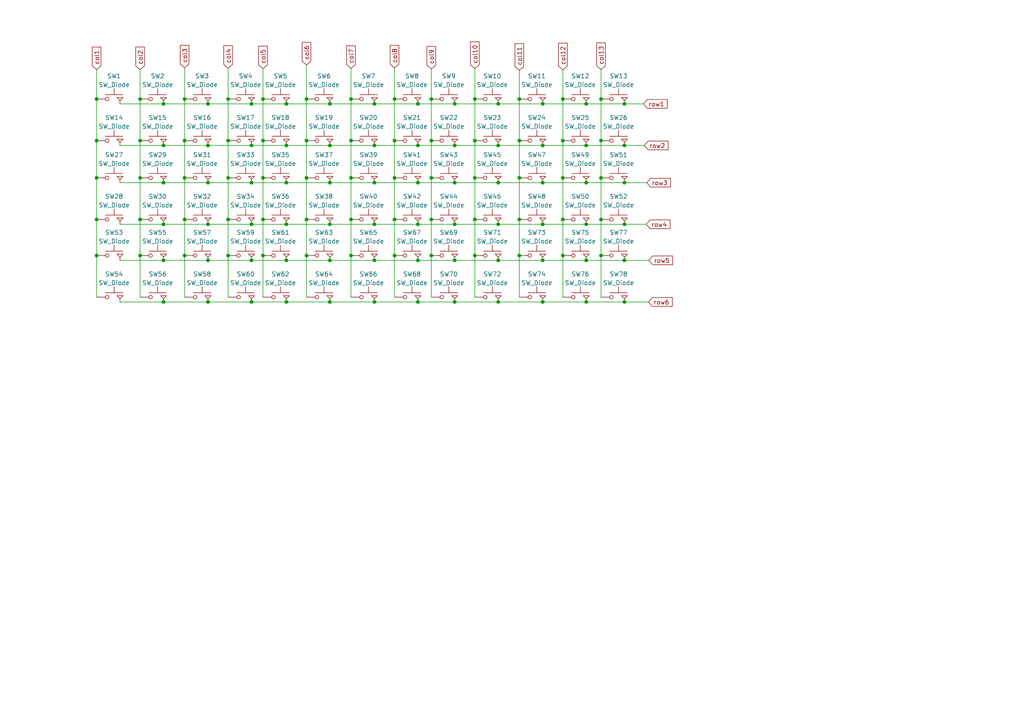
<source format=kicad_sch>
(kicad_sch (version 20220929) (generator eeschema)
  (paper "A4")
  (lib_symbols
    (symbol "SW_Diode_1" (pin_numbers hide) (pin_names (offset 1.016) hide)
      (property "Reference" "SW1" (at 0 6.67 0))
      (property "Value" "SW_Diode" (at 0 4.13 0))
      (symbol "SW_Diode_1_0_1"
        (pin passive line (at -5.08 0 0) (length 2.54) (name "1") (number "1"))
        (pin passive line (at 1.7018 -1.397 90) (length 1) (name "2") (number "2"))
      )
    )
    (symbol "SW_Diode_10" (pin_numbers hide) (pin_names (offset 1.016) hide)
      (property "Reference" "SW1" (at 0 6.67 0))
      (property "Value" "SW_Diode" (at 0 4.13 0))
      (symbol "SW_Diode_10_0_1"
        (pin passive line (at -5.08 0 0) (length 2.54) (name "1") (number "1"))
        (pin passive line (at 1.7018 -1.397 90) (length 1) (name "2") (number "2"))
      )
    )
    (symbol "SW_Diode_18" (pin_numbers hide) (pin_names (offset 1.016) hide)
      (property "Reference" "SW1" (at 0 6.67 0))
      (property "Value" "SW_Diode" (at 0 4.13 0))
      (symbol "SW_Diode_18_0_1"
        (pin passive line (at -5.08 0 0) (length 2.54) (name "1") (number "1"))
        (pin passive line (at 1.7018 -1.397 90) (length 1) (name "2") (number "2"))
      )
    )
    (symbol "SW_Diode_19" (pin_numbers hide) (pin_names (offset 1.016) hide)
      (property "Reference" "SW1" (at 0 6.67 0))
      (property "Value" "SW_Diode" (at 0 4.13 0))
      (symbol "SW_Diode_19_0_1"
        (pin passive line (at -5.08 0 0) (length 2.54) (name "1") (number "1"))
        (pin passive line (at 1.7018 -1.397 90) (length 1) (name "2") (number "2"))
      )
    )
    (symbol "SW_Diode_2" (pin_numbers hide) (pin_names (offset 1.016) hide)
      (property "Reference" "SW1" (at 0 6.67 0))
      (property "Value" "SW_Diode" (at 0 4.13 0))
      (symbol "SW_Diode_2_0_1"
        (pin passive line (at -5.08 0 0) (length 2.54) (name "1") (number "1"))
        (pin passive line (at 1.7018 -1.397 90) (length 1) (name "2") (number "2"))
      )
    )
    (symbol "SW_Diode_20" (pin_numbers hide) (pin_names (offset 1.016) hide)
      (property "Reference" "SW1" (at 0 6.67 0))
      (property "Value" "SW_Diode" (at 0 4.13 0))
      (symbol "SW_Diode_20_0_1"
        (pin passive line (at -5.08 0 0) (length 2.54) (name "1") (number "1"))
        (pin passive line (at 1.7018 -1.397 90) (length 1) (name "2") (number "2"))
      )
    )
    (symbol "SW_Diode_21" (pin_numbers hide) (pin_names (offset 1.016) hide)
      (property "Reference" "SW1" (at 0 6.67 0))
      (property "Value" "SW_Diode" (at 0 4.13 0))
      (symbol "SW_Diode_21_0_1"
        (pin passive line (at -5.08 0 0) (length 2.54) (name "1") (number "1"))
        (pin passive line (at 1.7018 -1.397 90) (length 1) (name "2") (number "2"))
      )
    )
    (symbol "SW_Diode_22" (pin_numbers hide) (pin_names (offset 1.016) hide)
      (property "Reference" "SW1" (at 0 6.67 0))
      (property "Value" "SW_Diode" (at 0 4.13 0))
      (symbol "SW_Diode_22_0_1"
        (pin passive line (at -5.08 0 0) (length 2.54) (name "1") (number "1"))
        (pin passive line (at 1.7018 -1.397 90) (length 1) (name "2") (number "2"))
      )
    )
    (symbol "SW_Diode_23" (pin_numbers hide) (pin_names (offset 1.016) hide)
      (property "Reference" "SW1" (at 0 6.67 0))
      (property "Value" "SW_Diode" (at 0 4.13 0))
      (symbol "SW_Diode_23_0_1"
        (pin passive line (at -5.08 0 0) (length 2.54) (name "1") (number "1"))
        (pin passive line (at 1.7018 -1.397 90) (length 1) (name "2") (number "2"))
      )
    )
    (symbol "SW_Diode_24" (pin_numbers hide) (pin_names (offset 1.016) hide)
      (property "Reference" "SW1" (at 0 6.67 0))
      (property "Value" "SW_Diode" (at 0 4.13 0))
      (symbol "SW_Diode_24_0_1"
        (pin passive line (at -5.08 0 0) (length 2.54) (name "1") (number "1"))
        (pin passive line (at 1.7018 -1.397 90) (length 1) (name "2") (number "2"))
      )
    )
    (symbol "SW_Diode_25" (pin_numbers hide) (pin_names (offset 1.016) hide)
      (property "Reference" "SW1" (at 0 6.67 0))
      (property "Value" "SW_Diode" (at 0 4.13 0))
      (symbol "SW_Diode_25_0_1"
        (pin passive line (at -5.08 0 0) (length 2.54) (name "1") (number "1"))
        (pin passive line (at 1.7018 -1.397 90) (length 1) (name "2") (number "2"))
      )
    )
    (symbol "SW_Diode_29" (pin_numbers hide) (pin_names (offset 1.016) hide)
      (property "Reference" "SW1" (at 0 6.67 0))
      (property "Value" "SW_Diode" (at 0 4.13 0))
      (symbol "SW_Diode_29_0_1"
        (pin passive line (at -5.08 0 0) (length 2.54) (name "1") (number "1"))
        (pin passive line (at 1.7018 -1.397 90) (length 1) (name "2") (number "2"))
      )
    )
    (symbol "SW_Diode_3" (pin_numbers hide) (pin_names (offset 1.016) hide)
      (property "Reference" "SW1" (at 0 6.67 0))
      (property "Value" "SW_Diode" (at 0 4.13 0))
      (symbol "SW_Diode_3_0_1"
        (pin passive line (at -5.08 0 0) (length 2.54) (name "1") (number "1"))
        (pin passive line (at 1.7018 -1.397 90) (length 1) (name "2") (number "2"))
      )
    )
    (symbol "SW_Diode_32" (pin_numbers hide) (pin_names (offset 1.016) hide)
      (property "Reference" "SW1" (at 0 6.67 0))
      (property "Value" "SW_Diode" (at 0 4.13 0))
      (symbol "SW_Diode_32_0_1"
        (pin passive line (at -5.08 0 0) (length 2.54) (name "1") (number "1"))
        (pin passive line (at 1.7018 -1.397 90) (length 1) (name "2") (number "2"))
      )
    )
    (symbol "SW_Diode_33" (pin_numbers hide) (pin_names (offset 1.016) hide)
      (property "Reference" "SW1" (at 0 6.67 0))
      (property "Value" "SW_Diode" (at 0 4.13 0))
      (symbol "SW_Diode_33_0_1"
        (pin passive line (at -5.08 0 0) (length 2.54) (name "1") (number "1"))
        (pin passive line (at 1.7018 -1.397 90) (length 1) (name "2") (number "2"))
      )
    )
    (symbol "SW_Diode_34" (pin_numbers hide) (pin_names (offset 1.016) hide)
      (property "Reference" "SW1" (at 0 6.67 0))
      (property "Value" "SW_Diode" (at 0 4.13 0))
      (symbol "SW_Diode_34_0_1"
        (pin passive line (at -5.08 0 0) (length 2.54) (name "1") (number "1"))
        (pin passive line (at 1.7018 -1.397 90) (length 1) (name "2") (number "2"))
      )
    )
    (symbol "SW_Diode_35" (pin_numbers hide) (pin_names (offset 1.016) hide)
      (property "Reference" "SW1" (at 0 6.67 0))
      (property "Value" "SW_Diode" (at 0 4.13 0))
      (symbol "SW_Diode_35_0_1"
        (pin passive line (at -5.08 0 0) (length 2.54) (name "1") (number "1"))
        (pin passive line (at 1.7018 -1.397 90) (length 1) (name "2") (number "2"))
      )
    )
    (symbol "SW_Diode_36" (pin_numbers hide) (pin_names (offset 1.016) hide)
      (property "Reference" "SW1" (at 0 6.67 0))
      (property "Value" "SW_Diode" (at 0 4.13 0))
      (symbol "SW_Diode_36_0_1"
        (pin passive line (at -5.08 0 0) (length 2.54) (name "1") (number "1"))
        (pin passive line (at 1.7018 -1.397 90) (length 1) (name "2") (number "2"))
      )
    )
    (symbol "SW_Diode_4" (pin_numbers hide) (pin_names (offset 1.016) hide)
      (property "Reference" "SW1" (at 0 6.67 0))
      (property "Value" "SW_Diode" (at 0 4.13 0))
      (symbol "SW_Diode_4_0_1"
        (pin passive line (at -5.08 0 0) (length 2.54) (name "1") (number "1"))
        (pin passive line (at 1.7018 -1.397 90) (length 1) (name "2") (number "2"))
      )
    )
    (symbol "SW_Diode_5" (pin_numbers hide) (pin_names (offset 1.016) hide)
      (property "Reference" "SW1" (at 0 6.67 0))
      (property "Value" "SW_Diode" (at 0 4.13 0))
      (symbol "SW_Diode_5_0_1"
        (pin passive line (at -5.08 0 0) (length 2.54) (name "1") (number "1"))
        (pin passive line (at 1.7018 -1.397 90) (length 1) (name "2") (number "2"))
      )
    )
    (symbol "SW_Diode_6" (pin_numbers hide) (pin_names (offset 1.016) hide)
      (property "Reference" "SW1" (at 0 6.67 0))
      (property "Value" "SW_Diode" (at 0 4.13 0))
      (symbol "SW_Diode_6_0_1"
        (pin passive line (at -5.08 0 0) (length 2.54) (name "1") (number "1"))
        (pin passive line (at 1.7018 -1.397 90) (length 1) (name "2") (number "2"))
      )
    )
    (symbol "SW_Diode_7" (pin_numbers hide) (pin_names (offset 1.016) hide)
      (property "Reference" "SW1" (at 0 6.67 0))
      (property "Value" "SW_Diode" (at 0 4.13 0))
      (symbol "SW_Diode_7_0_1"
        (pin passive line (at -5.08 0 0) (length 2.54) (name "1") (number "1"))
        (pin passive line (at 1.7018 -1.397 90) (length 1) (name "2") (number "2"))
      )
    )
    (symbol "SW_Diode_8" (pin_numbers hide) (pin_names (offset 1.016) hide)
      (property "Reference" "SW1" (at 0 6.67 0))
      (property "Value" "SW_Diode" (at 0 4.13 0))
      (symbol "SW_Diode_8_0_1"
        (pin passive line (at -5.08 0 0) (length 2.54) (name "1") (number "1"))
        (pin passive line (at 1.7018 -1.397 90) (length 1) (name "2") (number "2"))
      )
    )
    (symbol "SW_Diode_9" (pin_numbers hide) (pin_names (offset 1.016) hide)
      (property "Reference" "SW1" (at 0 6.67 0))
      (property "Value" "SW_Diode" (at 0 4.13 0))
      (symbol "SW_Diode_9_0_1"
        (pin passive line (at -5.08 0 0) (length 2.54) (name "1") (number "1"))
        (pin passive line (at 1.7018 -1.397 90) (length 1) (name "2") (number "2"))
      )
    )
  )
  (junction (at 47.4218 87.5792))
  (junction (at 95.6818 52.9844))
  (junction (at 125.095 51.5874))
  (junction (at 95.6818 87.5792))
  (junction (at 72.9488 87.5792))
  (junction (at 108.585 52.9844))
  (junction (at 47.4218 75.5142))
  (junction (at 170.0276 52.9844))
  (junction (at 144.5006 65.0494))
  (junction (at 114.427 28.7274))
  (junction (at 137.7188 40.7924))
  (junction (at 114.427 74.1172))
  (junction (at 157.4038 75.5142))
  (junction (at 28.0162 40.7924))
  (junction (at 181.102 75.5142))
  (junction (at 101.8032 51.5874))
  (junction (at 101.8032 28.7274))
  (junction (at 121.2088 42.1894))
  (junction (at 66.167 63.6524))
  (junction (at 101.8032 40.7924))
  (junction (at 108.585 75.5142))
  (junction (at 76.2762 63.6524))
  (junction (at 170.0276 30.1244))
  (junction (at 163.2458 51.5874))
  (junction (at 72.9488 42.1894))
  (junction (at 150.622 51.5874))
  (junction (at 40.64 74.1172))
  (junction (at 170.0276 42.1894))
  (junction (at 66.167 51.5874))
  (junction (at 95.6818 65.0494))
  (junction (at 108.585 30.1244))
  (junction (at 163.2458 63.6524))
  (junction (at 60.325 75.5142))
  (junction (at 150.622 74.1172))
  (junction (at 60.325 52.9844))
  (junction (at 53.5432 51.5874))
  (junction (at 121.2088 65.0494))
  (junction (at 157.4038 87.5792))
  (junction (at 88.9 63.6524))
  (junction (at 131.8768 30.1244))
  (junction (at 47.4218 42.1894))
  (junction (at 28.0162 51.5874))
  (junction (at 157.4038 52.9844))
  (junction (at 137.7188 51.5874))
  (junction (at 144.5006 87.5792))
  (junction (at 95.6818 30.1244))
  (junction (at 47.4218 65.0494))
  (junction (at 150.622 40.7924))
  (junction (at 108.585 87.5792))
  (junction (at 72.9488 30.1244))
  (junction (at 163.2458 74.1172))
  (junction (at 137.7188 74.1172))
  (junction (at 163.2458 28.7274))
  (junction (at 72.9488 75.5142))
  (junction (at 47.4218 52.9844))
  (junction (at 76.2762 51.5874))
  (junction (at 76.2762 74.1172))
  (junction (at 101.8032 74.1172))
  (junction (at 60.325 30.1244))
  (junction (at 181.102 65.0494))
  (junction (at 108.585 42.1894))
  (junction (at 47.4218 30.1244))
  (junction (at 76.2762 28.7274))
  (junction (at 88.9 28.7274))
  (junction (at 150.622 28.7274))
  (junction (at 125.095 74.1172))
  (junction (at 121.2088 52.9844))
  (junction (at 28.0162 63.6524))
  (junction (at 40.64 63.6524))
  (junction (at 131.8768 42.1894))
  (junction (at 144.5006 30.1244))
  (junction (at 72.9488 65.0494))
  (junction (at 121.2088 87.5792))
  (junction (at 137.7188 63.6524))
  (junction (at 125.095 40.7924))
  (junction (at 170.0276 87.5792))
  (junction (at 72.9488 52.9844))
  (junction (at 95.6818 75.5142))
  (junction (at 181.102 30.1244))
  (junction (at 144.5006 75.5142))
  (junction (at 181.102 52.9844))
  (junction (at 60.325 65.0494))
  (junction (at 95.6818 42.1894))
  (junction (at 76.2762 40.7924))
  (junction (at 131.8768 65.0494))
  (junction (at 144.5006 52.9844))
  (junction (at 174.3202 28.7274))
  (junction (at 28.0162 74.1172))
  (junction (at 53.5432 74.1172))
  (junction (at 181.102 42.1894))
  (junction (at 88.9 40.7924))
  (junction (at 174.3202 40.7924))
  (junction (at 60.325 87.5792))
  (junction (at 174.3202 74.1172))
  (junction (at 144.5006 42.1894))
  (junction (at 131.8768 52.9844))
  (junction (at 121.2088 75.5142))
  (junction (at 53.5432 63.6524))
  (junction (at 163.2458 40.7924))
  (junction (at 170.0276 65.0494))
  (junction (at 157.4038 42.1894))
  (junction (at 83.058 30.1244))
  (junction (at 83.058 65.0494))
  (junction (at 101.8032 63.6524))
  (junction (at 83.058 52.9844))
  (junction (at 40.64 40.7924))
  (junction (at 170.0276 75.5142))
  (junction (at 60.325 42.1894))
  (junction (at 53.5432 40.7924))
  (junction (at 131.8768 75.5142))
  (junction (at 40.64 28.7274))
  (junction (at 40.64 51.5874))
  (junction (at 66.167 28.7274))
  (junction (at 125.095 63.6524))
  (junction (at 108.585 65.0494))
  (junction (at 131.8768 87.5792))
  (junction (at 83.058 75.5142))
  (junction (at 150.622 63.6524))
  (junction (at 53.5432 28.7274))
  (junction (at 125.095 28.7274))
  (junction (at 66.167 40.7924))
  (junction (at 137.7188 28.7274))
  (junction (at 114.427 51.5874))
  (junction (at 174.3202 51.5874))
  (junction (at 157.4038 65.0494))
  (junction (at 114.427 40.7924))
  (junction (at 28.0162 28.7274))
  (junction (at 121.2088 30.1244))
  (junction (at 83.058 87.5792))
  (junction (at 88.9 51.5874))
  (junction (at 181.102 87.5792))
  (junction (at 157.4038 30.1244))
  (junction (at 114.427 63.6524))
  (junction (at 66.167 74.1172))
  (junction (at 174.3202 63.6524))
  (junction (at 88.9 74.1172))
  (junction (at 83.058 42.1894))
  (wire (pts (xy 76.2762 74.1172) (xy 76.2762 86.1822)))
  (wire (pts (xy 163.2458 63.6524) (xy 163.2458 74.1172)))
  (wire (pts (xy 95.6818 52.9844) (xy 108.585 52.9844)))
  (wire (pts (xy 108.585 42.1894) (xy 121.2088 42.1894)))
  (wire (pts (xy 163.2458 51.5874) (xy 163.2458 63.6524)))
  (wire (pts (xy 125.095 51.5874) (xy 125.095 63.6524)))
  (wire (pts (xy 34.798 42.1894) (xy 47.4218 42.1894)))
  (wire (pts (xy 157.4038 42.1894) (xy 170.0276 42.1894)))
  (wire (pts (xy 88.9 63.6524) (xy 88.9 74.1172)))
  (wire (pts (xy 95.6818 65.0494) (xy 108.585 65.0494)))
  (wire (pts (xy 72.9488 30.1244) (xy 83.058 30.1244)))
  (wire (pts (xy 76.2762 28.7274) (xy 76.2762 40.7924)))
  (wire (pts (xy 101.8032 19.8374) (xy 101.8032 28.7274)))
  (wire (pts (xy 137.7188 51.5874) (xy 137.7188 63.6524)))
  (wire (pts (xy 47.4218 65.0494) (xy 60.325 65.0494)))
  (wire (pts (xy 144.5006 30.1244) (xy 157.4038 30.1244)))
  (wire (pts (xy 88.9 40.7924) (xy 88.9 51.5874)))
  (wire (pts (xy 170.0276 65.0494) (xy 181.102 65.0494)))
  (wire (pts (xy 174.3202 40.7924) (xy 174.3202 51.5874)))
  (wire (pts (xy 163.2458 20.2692) (xy 163.2458 28.7274)))
  (wire (pts (xy 28.0162 40.7924) (xy 28.0162 51.5874)))
  (wire (pts (xy 53.5432 63.6524) (xy 53.5432 74.1172)))
  (wire (pts (xy 114.427 51.5874) (xy 114.427 63.6524)))
  (wire (pts (xy 66.167 19.7866) (xy 66.167 28.7274)))
  (wire (pts (xy 53.5432 19.685) (xy 53.5432 28.7274)))
  (wire (pts (xy 163.2458 74.1172) (xy 163.2458 86.1822)))
  (wire (pts (xy 88.9 28.7274) (xy 88.9 40.7924)))
  (wire (pts (xy 83.058 65.0494) (xy 95.6818 65.0494)))
  (wire (pts (xy 150.622 51.5874) (xy 150.622 63.6524)))
  (wire (pts (xy 181.102 75.5142) (xy 188.1886 75.5142)))
  (wire (pts (xy 101.8032 74.1172) (xy 101.8032 86.1822)))
  (wire (pts (xy 101.8032 51.5874) (xy 101.8032 63.6524)))
  (wire (pts (xy 40.64 20.193) (xy 40.64 28.7274)))
  (wire (pts (xy 181.102 52.9844) (xy 187.579 52.9844)))
  (wire (pts (xy 163.2458 40.7924) (xy 163.2458 51.5874)))
  (wire (pts (xy 170.0276 42.1894) (xy 181.102 42.1894)))
  (wire (pts (xy 144.5006 75.5142) (xy 157.4038 75.5142)))
  (wire (pts (xy 34.798 30.1244) (xy 47.4218 30.1244)))
  (wire (pts (xy 125.095 28.7274) (xy 125.095 40.7924)))
  (wire (pts (xy 144.5006 87.5792) (xy 157.4038 87.5792)))
  (wire (pts (xy 53.5432 28.7274) (xy 53.5432 40.7924)))
  (wire (pts (xy 72.9488 75.5142) (xy 83.058 75.5142)))
  (wire (pts (xy 150.622 20.4216) (xy 150.622 28.7274)))
  (wire (pts (xy 60.325 65.0494) (xy 72.9488 65.0494)))
  (wire (pts (xy 34.798 65.0494) (xy 47.4218 65.0494)))
  (wire (pts (xy 144.5006 52.9844) (xy 157.4038 52.9844)))
  (wire (pts (xy 170.0276 87.5792) (xy 181.102 87.5792)))
  (wire (pts (xy 121.2088 52.9844) (xy 131.8768 52.9844)))
  (wire (pts (xy 150.622 74.1172) (xy 150.622 86.1822)))
  (wire (pts (xy 60.325 52.9844) (xy 72.9488 52.9844)))
  (wire (pts (xy 121.2088 30.1244) (xy 131.8768 30.1244)))
  (wire (pts (xy 83.058 42.1894) (xy 95.6818 42.1894)))
  (wire (pts (xy 174.3202 63.6524) (xy 174.3202 74.1172)))
  (wire (pts (xy 131.8768 75.5142) (xy 144.5006 75.5142)))
  (wire (pts (xy 131.8768 52.9844) (xy 144.5006 52.9844)))
  (wire (pts (xy 121.2088 42.1894) (xy 131.8768 42.1894)))
  (wire (pts (xy 163.2458 28.7274) (xy 163.2458 40.7924)))
  (wire (pts (xy 47.4218 75.5142) (xy 60.325 75.5142)))
  (wire (pts (xy 114.427 40.7924) (xy 114.427 51.5874)))
  (wire (pts (xy 28.0162 63.6524) (xy 28.0162 74.1172)))
  (wire (pts (xy 60.325 30.1244) (xy 72.9488 30.1244)))
  (wire (pts (xy 121.2088 87.5792) (xy 131.8768 87.5792)))
  (wire (pts (xy 101.8032 40.7924) (xy 101.8032 51.5874)))
  (wire (pts (xy 137.7188 19.8882) (xy 137.7188 28.7274)))
  (wire (pts (xy 181.102 87.5792) (xy 188.087 87.5792)))
  (wire (pts (xy 83.058 30.1244) (xy 95.6818 30.1244)))
  (wire (pts (xy 66.167 74.1172) (xy 66.167 86.1822)))
  (wire (pts (xy 34.798 52.9844) (xy 47.4218 52.9844)))
  (wire (pts (xy 83.058 75.5142) (xy 95.6818 75.5142)))
  (wire (pts (xy 170.0276 30.1244) (xy 181.102 30.1244)))
  (wire (pts (xy 157.4038 87.5792) (xy 170.0276 87.5792)))
  (wire (pts (xy 88.9 74.1172) (xy 88.9 86.1822)))
  (wire (pts (xy 125.095 20.0152) (xy 125.095 28.7274)))
  (wire (pts (xy 40.64 51.5874) (xy 40.64 63.6524)))
  (wire (pts (xy 125.095 40.7924) (xy 125.095 51.5874)))
  (wire (pts (xy 101.8032 28.7274) (xy 101.8032 40.7924)))
  (wire (pts (xy 108.585 65.0494) (xy 121.2088 65.0494)))
  (wire (pts (xy 108.585 75.5142) (xy 121.2088 75.5142)))
  (wire (pts (xy 114.427 74.1172) (xy 114.427 86.1822)))
  (wire (pts (xy 28.0162 74.1172) (xy 28.0162 86.1822)))
  (wire (pts (xy 137.7188 74.1172) (xy 137.7188 86.1822)))
  (wire (pts (xy 137.7188 40.7924) (xy 137.7188 51.5874)))
  (wire (pts (xy 40.64 40.7924) (xy 40.64 51.5874)))
  (wire (pts (xy 157.4038 52.9844) (xy 170.0276 52.9844)))
  (wire (pts (xy 108.585 52.9844) (xy 121.2088 52.9844)))
  (wire (pts (xy 108.585 87.5792) (xy 121.2088 87.5792)))
  (wire (pts (xy 88.9 18.8468) (xy 88.9 28.7274)))
  (wire (pts (xy 157.4038 65.0494) (xy 170.0276 65.0494)))
  (wire (pts (xy 174.3202 51.5874) (xy 174.3202 63.6524)))
  (wire (pts (xy 76.2762 63.6524) (xy 76.2762 74.1172)))
  (wire (pts (xy 72.9488 42.1894) (xy 83.058 42.1894)))
  (wire (pts (xy 150.622 63.6524) (xy 150.622 74.1172)))
  (wire (pts (xy 40.64 28.7274) (xy 40.64 40.7924)))
  (wire (pts (xy 66.167 51.5874) (xy 66.167 63.6524)))
  (wire (pts (xy 95.6818 75.5142) (xy 108.585 75.5142)))
  (wire (pts (xy 72.9488 52.9844) (xy 83.058 52.9844)))
  (wire (pts (xy 157.4038 75.5142) (xy 170.0276 75.5142)))
  (wire (pts (xy 108.585 30.1244) (xy 121.2088 30.1244)))
  (wire (pts (xy 83.058 87.5792) (xy 95.6818 87.5792)))
  (wire (pts (xy 114.427 28.7274) (xy 114.427 40.7924)))
  (wire (pts (xy 53.5432 74.1172) (xy 53.5432 86.1822)))
  (wire (pts (xy 181.102 30.1244) (xy 186.6138 30.1244)))
  (wire (pts (xy 60.325 87.5792) (xy 72.9488 87.5792)))
  (wire (pts (xy 53.5432 51.5874) (xy 53.5432 63.6524)))
  (wire (pts (xy 114.427 19.7104) (xy 114.427 28.7274)))
  (wire (pts (xy 157.4038 30.1244) (xy 170.0276 30.1244)))
  (wire (pts (xy 28.0162 51.5874) (xy 28.0162 63.6524)))
  (wire (pts (xy 144.5006 65.0494) (xy 157.4038 65.0494)))
  (wire (pts (xy 181.102 42.1894) (xy 186.8678 42.1894)))
  (wire (pts (xy 76.2762 40.7924) (xy 76.2762 51.5874)))
  (wire (pts (xy 47.4218 87.5792) (xy 60.325 87.5792)))
  (wire (pts (xy 34.798 75.5142) (xy 47.4218 75.5142)))
  (wire (pts (xy 131.8768 65.0494) (xy 144.5006 65.0494)))
  (wire (pts (xy 174.3202 28.7274) (xy 174.3202 40.7924)))
  (wire (pts (xy 174.3202 20.193) (xy 174.3202 28.7274)))
  (wire (pts (xy 72.9488 65.0494) (xy 83.058 65.0494)))
  (wire (pts (xy 174.3202 74.1172) (xy 174.3202 86.1822)))
  (wire (pts (xy 66.167 28.7274) (xy 66.167 40.7924)))
  (wire (pts (xy 47.4218 42.1894) (xy 60.325 42.1894)))
  (wire (pts (xy 83.058 52.9844) (xy 95.6818 52.9844)))
  (wire (pts (xy 66.167 40.7924) (xy 66.167 51.5874)))
  (wire (pts (xy 28.0162 28.7274) (xy 28.0162 40.7924)))
  (wire (pts (xy 150.622 28.7274) (xy 150.622 40.7924)))
  (wire (pts (xy 125.095 74.1172) (xy 125.095 86.1822)))
  (wire (pts (xy 125.095 63.6524) (xy 125.095 74.1172)))
  (wire (pts (xy 72.9488 87.5792) (xy 83.058 87.5792)))
  (wire (pts (xy 40.64 74.1172) (xy 40.64 86.1822)))
  (wire (pts (xy 144.5006 42.1894) (xy 157.4038 42.1894)))
  (wire (pts (xy 181.102 65.0494) (xy 187.4266 65.0494)))
  (wire (pts (xy 95.6818 42.1894) (xy 108.585 42.1894)))
  (wire (pts (xy 101.8032 63.6524) (xy 101.8032 74.1172)))
  (wire (pts (xy 121.2088 65.0494) (xy 131.8768 65.0494)))
  (wire (pts (xy 47.4218 52.9844) (xy 60.325 52.9844)))
  (wire (pts (xy 170.0276 75.5142) (xy 181.102 75.5142)))
  (wire (pts (xy 76.2762 51.5874) (xy 76.2762 63.6524)))
  (wire (pts (xy 40.64 63.6524) (xy 40.64 74.1172)))
  (wire (pts (xy 60.325 42.1894) (xy 72.9488 42.1894)))
  (wire (pts (xy 66.167 63.6524) (xy 66.167 74.1172)))
  (wire (pts (xy 137.7188 28.7274) (xy 137.7188 40.7924)))
  (wire (pts (xy 131.8768 42.1894) (xy 144.5006 42.1894)))
  (wire (pts (xy 28.0162 20.193) (xy 28.0162 28.7274)))
  (wire (pts (xy 95.6818 30.1244) (xy 108.585 30.1244)))
  (wire (pts (xy 131.8768 30.1244) (xy 144.5006 30.1244)))
  (wire (pts (xy 60.325 75.5142) (xy 72.9488 75.5142)))
  (wire (pts (xy 88.9 51.5874) (xy 88.9 63.6524)))
  (wire (pts (xy 47.4218 30.1244) (xy 60.325 30.1244)))
  (wire (pts (xy 121.2088 75.5142) (xy 131.8768 75.5142)))
  (wire (pts (xy 34.798 87.5792) (xy 47.4218 87.5792)))
  (wire (pts (xy 131.8768 87.5792) (xy 144.5006 87.5792)))
  (wire (pts (xy 95.6818 87.5792) (xy 108.585 87.5792)))
  (wire (pts (xy 76.2762 19.939) (xy 76.2762 28.7274)))
  (wire (pts (xy 137.7188 63.6524) (xy 137.7188 74.1172)))
  (wire (pts (xy 114.427 63.6524) (xy 114.427 74.1172)))
  (wire (pts (xy 53.5432 40.7924) (xy 53.5432 51.5874)))
  (wire (pts (xy 150.622 40.7924) (xy 150.622 51.5874)))
  (wire (pts (xy 170.0276 52.9844) (xy 181.102 52.9844)))
  (global_label "col6" (shape input) (at 88.9 18.8468 90) (property "Referencias de hoja" "${INTERSHEET_REFS}" (effects hide)))
  (global_label "row2" (shape input) (at 186.8678 42.1894 0) (property "Referencias de hoja" "${INTERSHEET_REFS}" (effects hide)))
  (global_label "col2" (shape input) (at 40.64 20.193 90) (property "Referencias de hoja" "${INTERSHEET_REFS}" (effects hide)))
  (global_label "col1" (shape input) (at 28.0162 20.193 90) (property "Referencias de hoja" "${INTERSHEET_REFS}" (effects hide)))
  (global_label "col3" (shape input) (at 53.5432 19.685 90) (property "Referencias de hoja" "${INTERSHEET_REFS}" (effects hide)))
  (global_label "row4" (shape input) (at 187.4266 65.0494 0) (property "Referencias de hoja" "${INTERSHEET_REFS}" (effects hide)))
  (global_label "col9" (shape input) (at 125.095 20.0152 90) (property "Referencias de hoja" "${INTERSHEET_REFS}" (effects hide)))
  (global_label "col13" (shape input) (at 174.3202 20.193 90) (property "Referencias de hoja" "${INTERSHEET_REFS}" (effects hide)))
  (global_label "col5" (shape input) (at 76.2762 19.939 90) (property "Referencias de hoja" "${INTERSHEET_REFS}" (effects hide)))
  (global_label "col7" (shape input) (at 101.8032 19.8374 90) (property "Referencias de hoja" "${INTERSHEET_REFS}" (effects hide)))
  (global_label "col12" (shape input) (at 163.2458 20.2692 90) (property "Referencias de hoja" "${INTERSHEET_REFS}" (effects hide)))
  (global_label "row3" (shape input) (at 187.579 52.9844 0) (property "Referencias de hoja" "${INTERSHEET_REFS}" (effects hide)))
  (global_label "col11" (shape input) (at 150.622 20.4216 90) (property "Referencias de hoja" "${INTERSHEET_REFS}" (effects hide)))
  (global_label "col8" (shape input) (at 114.427 19.7104 90) (property "Referencias de hoja" "${INTERSHEET_REFS}" (effects hide)))
  (global_label "row1" (shape input) (at 186.6138 30.1244 0) (property "Referencias de hoja" "${INTERSHEET_REFS}" (effects hide)))
  (global_label "col4" (shape input) (at 66.167 19.7866 90) (property "Referencias de hoja" "${INTERSHEET_REFS}" (effects hide)))
  (global_label "col10" (shape input) (at 137.7188 19.8882 90) (property "Referencias de hoja" "${INTERSHEET_REFS}" (effects hide)))
  (global_label "row5" (shape input) (at 188.1886 75.5142 0) (property "Referencias de hoja" "${INTERSHEET_REFS}" (effects hide)))
  (global_label "row6" (shape input) (at 188.087 87.5792 0) (property "Referencias de hoja" "${INTERSHEET_REFS}" (effects hide)))
  (symbol (lib_name "SW_Diode_7") (lib_id "keyboard_parts:SW_Diode") (at 58.6232 40.7924 0) (unit 1)
    (default_instance (reference "SW1") (unit 1) (value "SW_Diode") (footprint ""))
    (property "Reference" "SW16" (at 58.6232 34.1224 0))
    (property "Value" "SW_Diode" (at 58.6232 36.6624 0))
    (property "Footprint" "customs:MX_solder-hotswap" (effects hide))
  )
  (symbol (lib_name "SW_Diode_36") (lib_id "keyboard_parts:SW_Diode") (at 81.3562 51.5874 0) (unit 1)
    (default_instance (reference "SW1") (unit 1) (value "SW_Diode") (footprint ""))
    (property "Reference" "SW35" (at 81.3562 44.9174 0))
    (property "Value" "SW_Diode" (at 81.3562 47.4574 0))
    (property "Footprint" "customs:MX_solder-hotswap" (effects hide))
  )
  (symbol (lib_name "SW_Diode_32") (lib_id "keyboard_parts:SW_Diode") (at 130.175 63.6524 0) (unit 1)
    (default_instance (reference "SW1") (unit 1) (value "SW_Diode") (footprint ""))
    (property "Reference" "SW44" (at 130.175 56.9824 0))
    (property "Value" "SW_Diode" (at 130.175 59.5224 0))
    (property "Footprint" "customs:MX_solder-hotswap" (effects hide))
  )
  (symbol (lib_name "SW_Diode_3") (lib_id "keyboard_parts:SW_Diode") (at 106.8832 28.7274 0) (unit 1)
    (default_instance (reference "SW1") (unit 1) (value "SW_Diode") (footprint ""))
    (property "Reference" "SW7" (at 106.8832 22.0574 0))
    (property "Value" "SW_Diode" (at 106.8832 24.5974 0))
    (property "Footprint" "customs:MX_solder-hotswap" (effects hide))
  )
  (symbol (lib_name "SW_Diode_32") (lib_id "keyboard_parts:SW_Diode") (at 33.0962 63.6524 0) (unit 1)
    (default_instance (reference "SW1") (unit 1) (value "SW_Diode") (footprint ""))
    (property "Reference" "SW28" (at 33.0962 56.9824 0))
    (property "Value" "SW_Diode" (at 33.0962 59.5224 0))
    (property "Footprint" "customs:MX_solder-hotswap" (effects hide))
  )
  (symbol (lib_name "SW_Diode_24") (lib_id "keyboard_parts:SW_Diode") (at 71.247 86.1822 0) (unit 1)
    (default_instance (reference "SW1") (unit 1) (value "SW_Diode") (footprint ""))
    (property "Reference" "SW60" (at 71.247 79.5122 0))
    (property "Value" "SW_Diode" (at 71.247 82.0522 0))
    (property "Footprint" "customs:MX_solder-hotswap" (effects hide))
  )
  (symbol (lib_name "SW_Diode_29") (lib_id "keyboard_parts:SW_Diode") (at 119.507 63.6524 0) (unit 1)
    (default_instance (reference "SW1") (unit 1) (value "SW_Diode") (footprint ""))
    (property "Reference" "SW42" (at 119.507 56.9824 0))
    (property "Value" "SW_Diode" (at 119.507 59.5224 0))
    (property "Footprint" "customs:MX_solder-hotswap" (effects hide))
  )
  (symbol (lib_name "SW_Diode_35") (lib_id "keyboard_parts:SW_Diode") (at 45.72 63.6524 0) (unit 1)
    (default_instance (reference "SW1") (unit 1) (value "SW_Diode") (footprint ""))
    (property "Reference" "SW30" (at 45.72 56.9824 0))
    (property "Value" "SW_Diode" (at 45.72 59.5224 0))
    (property "Footprint" "customs:MX_solder-hotswap" (effects hide))
  )
  (symbol (lib_name "SW_Diode_20") (lib_id "keyboard_parts:SW_Diode") (at 45.72 86.1822 0) (unit 1)
    (default_instance (reference "SW1") (unit 1) (value "SW_Diode") (footprint ""))
    (property "Reference" "SW56" (at 45.72 79.5122 0))
    (property "Value" "SW_Diode" (at 45.72 82.0522 0))
    (property "Footprint" "customs:MX_solder-hotswap" (effects hide))
  )
  (symbol (lib_name "SW_Diode_5") (lib_id "keyboard_parts:SW_Diode") (at 155.702 51.5874 0) (unit 1)
    (default_instance (reference "SW1") (unit 1) (value "SW_Diode") (footprint ""))
    (property "Reference" "SW47" (at 155.702 44.9174 0))
    (property "Value" "SW_Diode" (at 155.702 47.4574 0))
    (property "Footprint" "customs:MX_solder-hotswap" (effects hide))
  )
  (symbol (lib_name "SW_Diode_10") (lib_id "keyboard_parts:SW_Diode") (at 93.98 28.7274 0) (unit 1)
    (default_instance (reference "SW1") (unit 1) (value "SW_Diode") (footprint ""))
    (property "Reference" "SW6" (at 93.98 22.0574 0))
    (property "Value" "SW_Diode" (at 93.98 24.5974 0))
    (property "Footprint" "customs:MX_solder-hotswap" (effects hide))
  )
  (symbol (lib_name "SW_Diode_25") (lib_id "keyboard_parts:SW_Diode") (at 81.3562 74.1172 0) (unit 1)
    (default_instance (reference "SW1") (unit 1) (value "SW_Diode") (footprint ""))
    (property "Reference" "SW61" (at 81.3562 67.4472 0))
    (property "Value" "SW_Diode" (at 81.3562 69.9872 0))
    (property "Footprint" "customs:MX_solder-hotswap" (effects hide))
  )
  (symbol (lib_name "SW_Diode_8") (lib_id "keyboard_parts:SW_Diode") (at 45.72 40.7924 0) (unit 1)
    (default_instance (reference "SW1") (unit 1) (value "SW_Diode") (footprint ""))
    (property "Reference" "SW15" (at 45.72 34.1224 0))
    (property "Value" "SW_Diode" (at 45.72 36.6624 0))
    (property "Footprint" "customs:MX_solder-hotswap" (effects hide))
  )
  (symbol (lib_name "SW_Diode_25") (lib_id "keyboard_parts:SW_Diode") (at 33.0962 74.1172 0) (unit 1)
    (default_instance (reference "SW1") (unit 1) (value "SW_Diode") (footprint ""))
    (property "Reference" "SW53" (at 33.0962 67.4472 0))
    (property "Value" "SW_Diode" (at 33.0962 69.9872 0))
    (property "Footprint" "customs:MX_solder-hotswap" (effects hide))
  )
  (symbol (lib_name "SW_Diode_20") (lib_id "keyboard_parts:SW_Diode") (at 142.7988 86.1822 0) (unit 1)
    (default_instance (reference "SW1") (unit 1) (value "SW_Diode") (footprint ""))
    (property "Reference" "SW72" (at 142.7988 79.5122 0))
    (property "Value" "SW_Diode" (at 142.7988 82.0522 0))
    (property "Footprint" "customs:MX_solder-hotswap" (effects hide))
  )
  (symbol (lib_name "SW_Diode_33") (lib_id "keyboard_parts:SW_Diode") (at 45.72 51.5874 0) (unit 1)
    (default_instance (reference "SW1") (unit 1) (value "SW_Diode") (footprint ""))
    (property "Reference" "SW29" (at 45.72 44.9174 0))
    (property "Value" "SW_Diode" (at 45.72 47.4574 0))
    (property "Footprint" "customs:MX_solder-hotswap" (effects hide))
  )
  (symbol (lib_name "SW_Diode_2") (lib_id "keyboard_parts:SW_Diode") (at 168.3258 40.7924 0) (unit 1)
    (default_instance (reference "SW1") (unit 1) (value "SW_Diode") (footprint ""))
    (property "Reference" "SW25" (at 168.3258 34.1224 0))
    (property "Value" "SW_Diode" (at 168.3258 36.6624 0))
    (property "Footprint" "customs:MX_solder-hotswap" (effects hide))
  )
  (symbol (lib_name "SW_Diode_9") (lib_id "keyboard_parts:SW_Diode") (at 81.3562 40.7924 0) (unit 1)
    (default_instance (reference "SW1") (unit 1) (value "SW_Diode") (footprint ""))
    (property "Reference" "SW18" (at 81.3562 34.1224 0))
    (property "Value" "SW_Diode" (at 81.3562 36.6624 0))
    (property "Footprint" "customs:MX_solder-hotswap" (effects hide))
  )
  (symbol (lib_name "SW_Diode_34") (lib_id "keyboard_parts:SW_Diode") (at 155.702 63.6524 0) (unit 1)
    (default_instance (reference "SW1") (unit 1) (value "SW_Diode") (footprint ""))
    (property "Reference" "SW48" (at 155.702 56.9824 0))
    (property "Value" "SW_Diode" (at 155.702 59.5224 0))
    (property "Footprint" "customs:MX_solder-hotswap" (effects hide))
  )
  (symbol (lib_name "SW_Diode_1") (lib_id "keyboard_parts:SW_Diode") (at 33.0962 28.7274 0) (unit 1)
    (default_instance (reference "SW1") (unit 1) (value "SW_Diode") (footprint ""))
    (property "Reference" "SW1" (at 33.0962 22.0574 0))
    (property "Value" "SW_Diode" (at 33.0962 24.5974 0))
    (property "Footprint" "customs:MX_solder-hotswap" (effects hide))
  )
  (symbol (lib_name "SW_Diode_1") (lib_id "keyboard_parts:SW_Diode") (at 130.175 28.7274 0) (unit 1)
    (default_instance (reference "SW1") (unit 1) (value "SW_Diode") (footprint ""))
    (property "Reference" "SW9" (at 130.175 22.0574 0))
    (property "Value" "SW_Diode" (at 130.175 24.5974 0))
    (property "Footprint" "customs:MX_solder-hotswap" (effects hide))
  )
  (symbol (lib_name "SW_Diode_6") (lib_id "keyboard_parts:SW_Diode") (at 179.4002 51.5874 0) (unit 1)
    (default_instance (reference "SW1") (unit 1) (value "SW_Diode") (footprint ""))
    (property "Reference" "SW51" (at 179.4002 44.9174 0))
    (property "Value" "SW_Diode" (at 179.4002 47.4574 0))
    (property "Footprint" "customs:MX_solder-hotswap" (effects hide))
  )
  (symbol (lib_name "SW_Diode_35") (lib_id "keyboard_parts:SW_Diode") (at 93.98 63.6524 0) (unit 1)
    (default_instance (reference "SW1") (unit 1) (value "SW_Diode") (footprint ""))
    (property "Reference" "SW38" (at 93.98 56.9824 0))
    (property "Value" "SW_Diode" (at 93.98 59.5224 0))
    (property "Footprint" "customs:MX_solder-hotswap" (effects hide))
  )
  (symbol (lib_name "SW_Diode_29") (lib_id "keyboard_parts:SW_Diode") (at 168.3258 63.6524 0) (unit 1)
    (default_instance (reference "SW1") (unit 1) (value "SW_Diode") (footprint ""))
    (property "Reference" "SW50" (at 168.3258 56.9824 0))
    (property "Value" "SW_Diode" (at 168.3258 59.5224 0))
    (property "Footprint" "customs:MX_solder-hotswap" (effects hide))
  )
  (symbol (lib_name "SW_Diode_33") (lib_id "keyboard_parts:SW_Diode") (at 142.7988 51.5874 0) (unit 1)
    (default_instance (reference "SW1") (unit 1) (value "SW_Diode") (footprint ""))
    (property "Reference" "SW45" (at 142.7988 44.9174 0))
    (property "Value" "SW_Diode" (at 142.7988 47.4574 0))
    (property "Footprint" "customs:MX_solder-hotswap" (effects hide))
  )
  (symbol (lib_name "SW_Diode_22") (lib_id "keyboard_parts:SW_Diode") (at 93.98 74.1172 0) (unit 1)
    (default_instance (reference "SW1") (unit 1) (value "SW_Diode") (footprint ""))
    (property "Reference" "SW63" (at 93.98 67.4472 0))
    (property "Value" "SW_Diode" (at 93.98 69.9872 0))
    (property "Footprint" "customs:MX_solder-hotswap" (effects hide))
  )
  (symbol (lib_name "SW_Diode_8") (lib_id "keyboard_parts:SW_Diode") (at 142.7988 40.7924 0) (unit 1)
    (default_instance (reference "SW1") (unit 1) (value "SW_Diode") (footprint ""))
    (property "Reference" "SW23" (at 142.7988 34.1224 0))
    (property "Value" "SW_Diode" (at 142.7988 36.6624 0))
    (property "Footprint" "customs:MX_solder-hotswap" (effects hide))
  )
  (symbol (lib_name "SW_Diode_3") (lib_id "keyboard_parts:SW_Diode") (at 155.702 28.7274 0) (unit 1)
    (default_instance (reference "SW1") (unit 1) (value "SW_Diode") (footprint ""))
    (property "Reference" "SW11" (at 155.702 22.0574 0))
    (property "Value" "SW_Diode" (at 155.702 24.5974 0))
    (property "Footprint" "customs:MX_solder-hotswap" (effects hide))
  )
  (symbol (lib_name "SW_Diode_5") (lib_id "keyboard_parts:SW_Diode") (at 58.6232 51.5874 0) (unit 1)
    (default_instance (reference "SW1") (unit 1) (value "SW_Diode") (footprint ""))
    (property "Reference" "SW31" (at 58.6232 44.9174 0))
    (property "Value" "SW_Diode" (at 58.6232 47.4574 0))
    (property "Footprint" "customs:MX_solder-hotswap" (effects hide))
  )
  (symbol (lib_name "SW_Diode_2") (lib_id "keyboard_parts:SW_Diode") (at 179.4002 40.7924 0) (unit 1)
    (default_instance (reference "SW1") (unit 1) (value "SW_Diode") (footprint ""))
    (property "Reference" "SW26" (at 179.4002 34.1224 0))
    (property "Value" "SW_Diode" (at 179.4002 36.6624 0))
    (property "Footprint" "customs:MX_solder-hotswap" (effects hide))
  )
  (symbol (lib_name "SW_Diode_35") (lib_id "keyboard_parts:SW_Diode") (at 142.7988 63.6524 0) (unit 1)
    (default_instance (reference "SW1") (unit 1) (value "SW_Diode") (footprint ""))
    (property "Reference" "SW46" (at 142.7988 56.9824 0))
    (property "Value" "SW_Diode" (at 142.7988 59.5224 0))
    (property "Footprint" "customs:MX_solder-hotswap" (effects hide))
  )
  (symbol (lib_name "SW_Diode_21") (lib_id "keyboard_parts:SW_Diode") (at 155.702 74.1172 0) (unit 1)
    (default_instance (reference "SW1") (unit 1) (value "SW_Diode") (footprint ""))
    (property "Reference" "SW73" (at 155.702 67.4472 0))
    (property "Value" "SW_Diode" (at 155.702 69.9872 0))
    (property "Footprint" "customs:MX_solder-hotswap" (effects hide))
  )
  (symbol (lib_name "SW_Diode_9") (lib_id "keyboard_parts:SW_Diode") (at 130.175 40.7924 0) (unit 1)
    (default_instance (reference "SW1") (unit 1) (value "SW_Diode") (footprint ""))
    (property "Reference" "SW22" (at 130.175 34.1224 0))
    (property "Value" "SW_Diode" (at 130.175 36.6624 0))
    (property "Footprint" "customs:MX_solder-hotswap" (effects hide))
  )
  (symbol (lib_name "SW_Diode_2") (lib_id "keyboard_parts:SW_Diode") (at 71.247 40.7924 0) (unit 1)
    (default_instance (reference "SW1") (unit 1) (value "SW_Diode") (footprint ""))
    (property "Reference" "SW17" (at 71.247 34.1224 0))
    (property "Value" "SW_Diode" (at 71.247 36.6624 0))
    (property "Footprint" "customs:MX_solder-hotswap" (effects hide))
  )
  (symbol (lib_name "SW_Diode_19") (lib_id "keyboard_parts:SW_Diode") (at 106.8832 86.1822 0) (unit 1)
    (default_instance (reference "SW1") (unit 1) (value "SW_Diode") (footprint ""))
    (property "Reference" "SW66" (at 106.8832 79.5122 0))
    (property "Value" "SW_Diode" (at 106.8832 82.0522 0))
    (property "Footprint" "customs:MX_solder-hotswap" (effects hide))
  )
  (symbol (lib_name "SW_Diode_6") (lib_id "keyboard_parts:SW_Diode") (at 119.507 51.5874 0) (unit 1)
    (default_instance (reference "SW1") (unit 1) (value "SW_Diode") (footprint ""))
    (property "Reference" "SW41" (at 119.507 44.9174 0))
    (property "Value" "SW_Diode" (at 119.507 47.4574 0))
    (property "Footprint" "customs:MX_solder-hotswap" (effects hide))
  )
  (symbol (lib_name "SW_Diode_23") (lib_id "keyboard_parts:SW_Diode") (at 168.3258 74.1172 0) (unit 1)
    (default_instance (reference "SW1") (unit 1) (value "SW_Diode") (footprint ""))
    (property "Reference" "SW75" (at 168.3258 67.4472 0))
    (property "Value" "SW_Diode" (at 168.3258 69.9872 0))
    (property "Footprint" "customs:MX_solder-hotswap" (effects hide))
  )
  (symbol (lib_name "SW_Diode_23") (lib_id "keyboard_parts:SW_Diode") (at 179.4002 74.1172 0) (unit 1)
    (default_instance (reference "SW1") (unit 1) (value "SW_Diode") (footprint ""))
    (property "Reference" "SW77" (at 179.4002 67.4472 0))
    (property "Value" "SW_Diode" (at 179.4002 69.9872 0))
    (property "Footprint" "customs:MX_solder-hotswap" (effects hide))
  )
  (symbol (lib_name "SW_Diode_6") (lib_id "keyboard_parts:SW_Diode") (at 71.247 51.5874 0) (unit 1)
    (default_instance (reference "SW1") (unit 1) (value "SW_Diode") (footprint ""))
    (property "Reference" "SW33" (at 71.247 44.9174 0))
    (property "Value" "SW_Diode" (at 71.247 47.4574 0))
    (property "Footprint" "customs:MX_solder-hotswap" (effects hide))
  )
  (symbol (lib_name "SW_Diode_34") (lib_id "keyboard_parts:SW_Diode") (at 106.8832 63.6524 0) (unit 1)
    (default_instance (reference "SW1") (unit 1) (value "SW_Diode") (footprint ""))
    (property "Reference" "SW40" (at 106.8832 56.9824 0))
    (property "Value" "SW_Diode" (at 106.8832 59.5224 0))
    (property "Footprint" "customs:MX_solder-hotswap" (effects hide))
  )
  (symbol (lib_name "SW_Diode_8") (lib_id "keyboard_parts:SW_Diode") (at 93.98 40.7924 0) (unit 1)
    (default_instance (reference "SW1") (unit 1) (value "SW_Diode") (footprint ""))
    (property "Reference" "SW19" (at 93.98 34.1224 0))
    (property "Value" "SW_Diode" (at 93.98 36.6624 0))
    (property "Footprint" "customs:MX_solder-hotswap" (effects hide))
  )
  (symbol (lib_name "SW_Diode_10") (lib_id "keyboard_parts:SW_Diode") (at 142.7988 28.7274 0) (unit 1)
    (default_instance (reference "SW1") (unit 1) (value "SW_Diode") (footprint ""))
    (property "Reference" "SW10" (at 142.7988 22.0574 0))
    (property "Value" "SW_Diode" (at 142.7988 24.5974 0))
    (property "Footprint" "customs:MX_solder-hotswap" (effects hide))
  )
  (symbol (lib_name "SW_Diode_1") (lib_id "keyboard_parts:SW_Diode") (at 81.3562 28.7274 0) (unit 1)
    (default_instance (reference "SW1") (unit 1) (value "SW_Diode") (footprint ""))
    (property "Reference" "SW5" (at 81.3562 22.0574 0))
    (property "Value" "SW_Diode" (at 81.3562 24.5974 0))
    (property "Footprint" "customs:MX_solder-hotswap" (effects hide))
  )
  (symbol (lib_name "SW_Diode_4") (lib_id "keyboard_parts:SW_Diode") (at 119.507 28.7274 0) (unit 1)
    (default_instance (reference "SW1") (unit 1) (value "SW_Diode") (footprint ""))
    (property "Reference" "SW8" (at 119.507 22.0574 0))
    (property "Value" "SW_Diode" (at 119.507 24.5974 0))
    (property "Footprint" "customs:MX_solder-hotswap" (effects hide))
  )
  (symbol (lib_name "SW_Diode_23") (lib_id "keyboard_parts:SW_Diode") (at 119.507 74.1172 0) (unit 1)
    (default_instance (reference "SW1") (unit 1) (value "SW_Diode") (footprint ""))
    (property "Reference" "SW67" (at 119.507 67.4472 0))
    (property "Value" "SW_Diode" (at 119.507 69.9872 0))
    (property "Footprint" "customs:MX_solder-hotswap" (effects hide))
  )
  (symbol (lib_name "SW_Diode_4") (lib_id "keyboard_parts:SW_Diode") (at 179.4002 28.7274 0) (unit 1)
    (default_instance (reference "SW1") (unit 1) (value "SW_Diode") (footprint ""))
    (property "Reference" "SW13" (at 179.4002 22.0574 0))
    (property "Value" "SW_Diode" (at 179.4002 24.5974 0))
    (property "Footprint" "customs:MX_solder-hotswap" (effects hide))
  )
  (symbol (lib_name "SW_Diode_18") (lib_id "keyboard_parts:SW_Diode") (at 33.0962 86.1822 0) (unit 1)
    (default_instance (reference "SW1") (unit 1) (value "SW_Diode") (footprint ""))
    (property "Reference" "SW54" (at 33.0962 79.5122 0))
    (property "Value" "SW_Diode" (at 33.0962 82.0522 0))
    (property "Footprint" "customs:MX_solder-hotswap" (effects hide))
  )
  (symbol (lib_name "SW_Diode_20") (lib_id "keyboard_parts:SW_Diode") (at 93.98 86.1822 0) (unit 1)
    (default_instance (reference "SW1") (unit 1) (value "SW_Diode") (footprint ""))
    (property "Reference" "SW64" (at 93.98 79.5122 0))
    (property "Value" "SW_Diode" (at 93.98 82.0522 0))
    (property "Footprint" "customs:MX_solder-hotswap" (effects hide))
  )
  (symbol (lib_name "SW_Diode_25") (lib_id "keyboard_parts:SW_Diode") (at 130.175 74.1172 0) (unit 1)
    (default_instance (reference "SW1") (unit 1) (value "SW_Diode") (footprint ""))
    (property "Reference" "SW69" (at 130.175 67.4472 0))
    (property "Value" "SW_Diode" (at 130.175 69.9872 0))
    (property "Footprint" "customs:MX_solder-hotswap" (effects hide))
  )
  (symbol (lib_name "SW_Diode_10") (lib_id "keyboard_parts:SW_Diode") (at 45.72 28.7274 0) (unit 1)
    (default_instance (reference "SW1") (unit 1) (value "SW_Diode") (footprint ""))
    (property "Reference" "SW2" (at 45.72 22.0574 0))
    (property "Value" "SW_Diode" (at 45.72 24.5974 0))
    (property "Footprint" "customs:MX_solder-hotswap" (effects hide))
  )
  (symbol (lib_name "SW_Diode_3") (lib_id "keyboard_parts:SW_Diode") (at 58.6232 28.7274 0) (unit 1)
    (default_instance (reference "SW1") (unit 1) (value "SW_Diode") (footprint ""))
    (property "Reference" "SW3" (at 58.6232 22.0574 0))
    (property "Value" "SW_Diode" (at 58.6232 24.5974 0))
    (property "Footprint" "customs:MX_solder-hotswap" (effects hide))
  )
  (symbol (lib_name "SW_Diode_32") (lib_id "keyboard_parts:SW_Diode") (at 81.3562 63.6524 0) (unit 1)
    (default_instance (reference "SW1") (unit 1) (value "SW_Diode") (footprint ""))
    (property "Reference" "SW36" (at 81.3562 56.9824 0))
    (property "Value" "SW_Diode" (at 81.3562 59.5224 0))
    (property "Footprint" "customs:MX_solder-hotswap" (effects hide))
  )
  (symbol (lib_name "SW_Diode_21") (lib_id "keyboard_parts:SW_Diode") (at 106.8832 74.1172 0) (unit 1)
    (default_instance (reference "SW1") (unit 1) (value "SW_Diode") (footprint ""))
    (property "Reference" "SW65" (at 106.8832 67.4472 0))
    (property "Value" "SW_Diode" (at 106.8832 69.9872 0))
    (property "Footprint" "customs:MX_solder-hotswap" (effects hide))
  )
  (symbol (lib_name "SW_Diode_36") (lib_id "keyboard_parts:SW_Diode") (at 130.175 51.5874 0) (unit 1)
    (default_instance (reference "SW1") (unit 1) (value "SW_Diode") (footprint ""))
    (property "Reference" "SW43" (at 130.175 44.9174 0))
    (property "Value" "SW_Diode" (at 130.175 47.4574 0))
    (property "Footprint" "customs:MX_solder-hotswap" (effects hide))
  )
  (symbol (lib_name "SW_Diode_36") (lib_id "keyboard_parts:SW_Diode") (at 33.0962 51.5874 0) (unit 1)
    (default_instance (reference "SW1") (unit 1) (value "SW_Diode") (footprint ""))
    (property "Reference" "SW27" (at 33.0962 44.9174 0))
    (property "Value" "SW_Diode" (at 33.0962 47.4574 0))
    (property "Footprint" "customs:MX_solder-hotswap" (effects hide))
  )
  (symbol (lib_name "SW_Diode_9") (lib_id "keyboard_parts:SW_Diode") (at 33.0962 40.7924 0) (unit 1)
    (default_instance (reference "SW1") (unit 1) (value "SW_Diode") (footprint ""))
    (property "Reference" "SW14" (at 33.0962 34.1224 0))
    (property "Value" "SW_Diode" (at 33.0962 36.6624 0))
    (property "Footprint" "customs:MX_solder-hotswap" (effects hide))
  )
  (symbol (lib_name "SW_Diode_21") (lib_id "keyboard_parts:SW_Diode") (at 58.6232 74.1172 0) (unit 1)
    (default_instance (reference "SW1") (unit 1) (value "SW_Diode") (footprint ""))
    (property "Reference" "SW57" (at 58.6232 67.4472 0))
    (property "Value" "SW_Diode" (at 58.6232 69.9872 0))
    (property "Footprint" "customs:MX_solder-hotswap" (effects hide))
  )
  (symbol (lib_name "SW_Diode_19") (lib_id "keyboard_parts:SW_Diode") (at 58.6232 86.1822 0) (unit 1)
    (default_instance (reference "SW1") (unit 1) (value "SW_Diode") (footprint ""))
    (property "Reference" "SW58" (at 58.6232 79.5122 0))
    (property "Value" "SW_Diode" (at 58.6232 82.0522 0))
    (property "Footprint" "customs:MX_solder-hotswap" (effects hide))
  )
  (symbol (lib_name "SW_Diode_6") (lib_id "keyboard_parts:SW_Diode") (at 168.3258 51.5874 0) (unit 1)
    (default_instance (reference "SW1") (unit 1) (value "SW_Diode") (footprint ""))
    (property "Reference" "SW49" (at 168.3258 44.9174 0))
    (property "Value" "SW_Diode" (at 168.3258 47.4574 0))
    (property "Footprint" "customs:MX_solder-hotswap" (effects hide))
  )
  (symbol (lib_name "SW_Diode_29") (lib_id "keyboard_parts:SW_Diode") (at 179.4002 63.6524 0) (unit 1)
    (default_instance (reference "SW1") (unit 1) (value "SW_Diode") (footprint ""))
    (property "Reference" "SW52" (at 179.4002 56.9824 0))
    (property "Value" "SW_Diode" (at 179.4002 59.5224 0))
    (property "Footprint" "customs:MX_solder-hotswap" (effects hide))
  )
  (symbol (lib_name "SW_Diode_22") (lib_id "keyboard_parts:SW_Diode") (at 142.7988 74.1172 0) (unit 1)
    (default_instance (reference "SW1") (unit 1) (value "SW_Diode") (footprint ""))
    (property "Reference" "SW71" (at 142.7988 67.4472 0))
    (property "Value" "SW_Diode" (at 142.7988 69.9872 0))
    (property "Footprint" "customs:MX_solder-hotswap" (effects hide))
  )
  (symbol (lib_name "SW_Diode_29") (lib_id "keyboard_parts:SW_Diode") (at 71.247 63.6524 0) (unit 1)
    (default_instance (reference "SW1") (unit 1) (value "SW_Diode") (footprint ""))
    (property "Reference" "SW34" (at 71.247 56.9824 0))
    (property "Value" "SW_Diode" (at 71.247 59.5224 0))
    (property "Footprint" "customs:MX_solder-hotswap" (effects hide))
  )
  (symbol (lib_name "SW_Diode_19") (lib_id "keyboard_parts:SW_Diode") (at 155.702 86.1822 0) (unit 1)
    (default_instance (reference "SW1") (unit 1) (value "SW_Diode") (footprint ""))
    (property "Reference" "SW74" (at 155.702 79.5122 0))
    (property "Value" "SW_Diode" (at 155.702 82.0522 0))
    (property "Footprint" "customs:MX_solder-hotswap" (effects hide))
  )
  (symbol (lib_name "SW_Diode_18") (lib_id "keyboard_parts:SW_Diode") (at 81.3562 86.1822 0) (unit 1)
    (default_instance (reference "SW1") (unit 1) (value "SW_Diode") (footprint ""))
    (property "Reference" "SW62" (at 81.3562 79.5122 0))
    (property "Value" "SW_Diode" (at 81.3562 82.0522 0))
    (property "Footprint" "customs:MX_solder-hotswap" (effects hide))
  )
  (symbol (lib_name "SW_Diode_23") (lib_id "keyboard_parts:SW_Diode") (at 71.247 74.1172 0) (unit 1)
    (default_instance (reference "SW1") (unit 1) (value "SW_Diode") (footprint ""))
    (property "Reference" "SW59" (at 71.247 67.4472 0))
    (property "Value" "SW_Diode" (at 71.247 69.9872 0))
    (property "Footprint" "customs:MX_solder-hotswap" (effects hide))
  )
  (symbol (lib_name "SW_Diode_24") (lib_id "keyboard_parts:SW_Diode") (at 179.4002 86.1822 0) (unit 1)
    (default_instance (reference "SW1") (unit 1) (value "SW_Diode") (footprint ""))
    (property "Reference" "SW78" (at 179.4002 79.5122 0))
    (property "Value" "SW_Diode" (at 179.4002 82.0522 0))
    (property "Footprint" "customs:MX_solder-hotswap" (effects hide))
  )
  (symbol (lib_name "SW_Diode_4") (lib_id "keyboard_parts:SW_Diode") (at 71.247 28.7274 0) (unit 1)
    (default_instance (reference "SW1") (unit 1) (value "SW_Diode") (footprint ""))
    (property "Reference" "SW4" (at 71.247 22.0574 0))
    (property "Value" "SW_Diode" (at 71.247 24.5974 0))
    (property "Footprint" "customs:MX_solder-hotswap" (effects hide))
  )
  (symbol (lib_name "SW_Diode_18") (lib_id "keyboard_parts:SW_Diode") (at 130.175 86.1822 0) (unit 1)
    (default_instance (reference "SW1") (unit 1) (value "SW_Diode") (footprint ""))
    (property "Reference" "SW70" (at 130.175 79.5122 0))
    (property "Value" "SW_Diode" (at 130.175 82.0522 0))
    (property "Footprint" "customs:MX_solder-hotswap" (effects hide))
  )
  (symbol (lib_name "SW_Diode_24") (lib_id "keyboard_parts:SW_Diode") (at 168.3258 86.1822 0) (unit 1)
    (default_instance (reference "SW1") (unit 1) (value "SW_Diode") (footprint ""))
    (property "Reference" "SW76" (at 168.3258 79.5122 0))
    (property "Value" "SW_Diode" (at 168.3258 82.0522 0))
    (property "Footprint" "customs:MX_solder-hotswap" (effects hide))
  )
  (symbol (lib_name "SW_Diode_34") (lib_id "keyboard_parts:SW_Diode") (at 58.6232 63.6524 0) (unit 1)
    (default_instance (reference "SW1") (unit 1) (value "SW_Diode") (footprint ""))
    (property "Reference" "SW32" (at 58.6232 56.9824 0))
    (property "Value" "SW_Diode" (at 58.6232 59.5224 0))
    (property "Footprint" "customs:MX_solder-hotswap" (effects hide))
  )
  (symbol (lib_name "SW_Diode_7") (lib_id "keyboard_parts:SW_Diode") (at 155.702 40.7924 0) (unit 1)
    (default_instance (reference "SW1") (unit 1) (value "SW_Diode") (footprint ""))
    (property "Reference" "SW24" (at 155.702 34.1224 0))
    (property "Value" "SW_Diode" (at 155.702 36.6624 0))
    (property "Footprint" "customs:MX_solder-hotswap" (effects hide))
  )
  (symbol (lib_name "SW_Diode_24") (lib_id "keyboard_parts:SW_Diode") (at 119.507 86.1822 0) (unit 1)
    (default_instance (reference "SW1") (unit 1) (value "SW_Diode") (footprint ""))
    (property "Reference" "SW68" (at 119.507 79.5122 0))
    (property "Value" "SW_Diode" (at 119.507 82.0522 0))
    (property "Footprint" "customs:MX_solder-hotswap" (effects hide))
  )
  (symbol (lib_name "SW_Diode_2") (lib_id "keyboard_parts:SW_Diode") (at 119.507 40.7924 0) (unit 1)
    (default_instance (reference "SW1") (unit 1) (value "SW_Diode") (footprint ""))
    (property "Reference" "SW21" (at 119.507 34.1224 0))
    (property "Value" "SW_Diode" (at 119.507 36.6624 0))
    (property "Footprint" "customs:MX_solder-hotswap" (effects hide))
  )
  (symbol (lib_name "SW_Diode_7") (lib_id "keyboard_parts:SW_Diode") (at 106.8832 40.7924 0) (unit 1)
    (default_instance (reference "SW1") (unit 1) (value "SW_Diode") (footprint ""))
    (property "Reference" "SW20" (at 106.8832 34.1224 0))
    (property "Value" "SW_Diode" (at 106.8832 36.6624 0))
    (property "Footprint" "customs:MX_solder-hotswap" (effects hide))
  )
  (symbol (lib_name "SW_Diode_33") (lib_id "keyboard_parts:SW_Diode") (at 93.98 51.5874 0) (unit 1)
    (default_instance (reference "SW1") (unit 1) (value "SW_Diode") (footprint ""))
    (property "Reference" "SW37" (at 93.98 44.9174 0))
    (property "Value" "SW_Diode" (at 93.98 47.4574 0))
    (property "Footprint" "customs:MX_solder-hotswap" (effects hide))
  )
  (symbol (lib_name "SW_Diode_5") (lib_id "keyboard_parts:SW_Diode") (at 106.8832 51.5874 0) (unit 1)
    (default_instance (reference "SW1") (unit 1) (value "SW_Diode") (footprint ""))
    (property "Reference" "SW39" (at 106.8832 44.9174 0))
    (property "Value" "SW_Diode" (at 106.8832 47.4574 0))
    (property "Footprint" "customs:MX_solder-hotswap" (effects hide))
  )
  (symbol (lib_name "SW_Diode_4") (lib_id "keyboard_parts:SW_Diode") (at 168.3258 28.7274 0) (unit 1)
    (default_instance (reference "SW1") (unit 1) (value "SW_Diode") (footprint ""))
    (property "Reference" "SW12" (at 168.3258 22.0574 0))
    (property "Value" "SW_Diode" (at 168.3258 24.5974 0))
    (property "Footprint" "customs:MX_solder-hotswap" (effects hide))
  )
  (symbol (lib_name "SW_Diode_22") (lib_id "keyboard_parts:SW_Diode") (at 45.72 74.1172 0) (unit 1)
    (default_instance (reference "SW1") (unit 1) (value "SW_Diode") (footprint ""))
    (property "Reference" "SW55" (at 45.72 67.4472 0))
    (property "Value" "SW_Diode" (at 45.72 69.9872 0))
    (property "Footprint" "customs:MX_solder-hotswap" (effects hide))
  )
)
</source>
